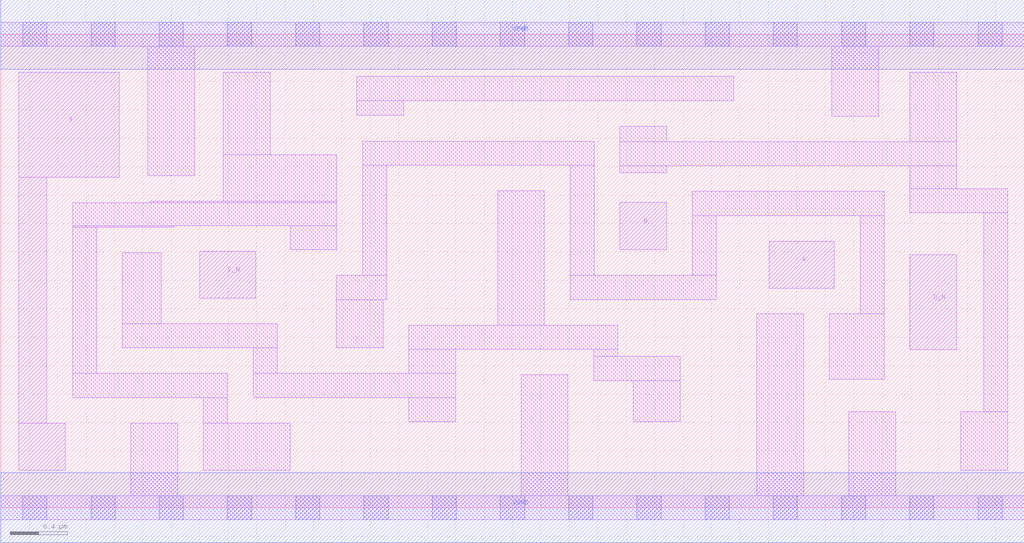
<source format=lef>
# Copyright 2020 The SkyWater PDK Authors
#
# Licensed under the Apache License, Version 2.0 (the "License");
# you may not use this file except in compliance with the License.
# You may obtain a copy of the License at
#
#     https://www.apache.org/licenses/LICENSE-2.0
#
# Unless required by applicable law or agreed to in writing, software
# distributed under the License is distributed on an "AS IS" BASIS,
# WITHOUT WARRANTIES OR CONDITIONS OF ANY KIND, either express or implied.
# See the License for the specific language governing permissions and
# limitations under the License.
#
# SPDX-License-Identifier: Apache-2.0

VERSION 5.7 ;
  NAMESCASESENSITIVE ON ;
  NOWIREEXTENSIONATPIN ON ;
  DIVIDERCHAR "/" ;
  BUSBITCHARS "[]" ;
UNITS
  DATABASE MICRONS 200 ;
END UNITS
MACRO sky130_fd_sc_lp__or4bb_lp
  CLASS CORE ;
  SOURCE USER ;
  FOREIGN sky130_fd_sc_lp__or4bb_lp ;
  ORIGIN  0.000000  0.000000 ;
  SIZE  7.200000 BY  3.330000 ;
  SYMMETRY X Y R90 ;
  SITE unit ;
  PIN A
    ANTENNAGATEAREA  0.376000 ;
    DIRECTION INPUT ;
    USE SIGNAL ;
    PORT
      LAYER li1 ;
        RECT 5.405000 1.545000 5.865000 1.875000 ;
    END
  END A
  PIN B
    ANTENNAGATEAREA  0.376000 ;
    DIRECTION INPUT ;
    USE SIGNAL ;
    PORT
      LAYER li1 ;
        RECT 4.355000 1.815000 4.685000 2.150000 ;
    END
  END B
  PIN C_N
    ANTENNAGATEAREA  0.376000 ;
    DIRECTION INPUT ;
    USE SIGNAL ;
    PORT
      LAYER li1 ;
        RECT 1.400000 1.475000 1.795000 1.805000 ;
    END
  END C_N
  PIN D_N
    ANTENNAGATEAREA  0.376000 ;
    DIRECTION INPUT ;
    USE SIGNAL ;
    PORT
      LAYER li1 ;
        RECT 6.395000 1.110000 6.725000 1.780000 ;
    END
  END D_N
  PIN X
    ANTENNADIFFAREA  0.404700 ;
    DIRECTION OUTPUT ;
    USE SIGNAL ;
    PORT
      LAYER li1 ;
        RECT 0.125000 0.265000 0.455000 0.595000 ;
        RECT 0.125000 0.595000 0.325000 2.325000 ;
        RECT 0.125000 2.325000 0.835000 3.065000 ;
    END
  END X
  PIN VGND
    DIRECTION INOUT ;
    USE GROUND ;
    PORT
      LAYER met1 ;
        RECT 0.000000 -0.245000 7.200000 0.245000 ;
    END
  END VGND
  PIN VPWR
    DIRECTION INOUT ;
    USE POWER ;
    PORT
      LAYER met1 ;
        RECT 0.000000 3.085000 7.200000 3.575000 ;
    END
  END VPWR
  OBS
    LAYER li1 ;
      RECT 0.000000 -0.085000 7.200000 0.085000 ;
      RECT 0.000000  3.245000 7.200000 3.415000 ;
      RECT 0.505000  0.775000 1.595000 0.945000 ;
      RECT 0.505000  0.945000 0.675000 1.975000 ;
      RECT 0.505000  1.975000 1.220000 1.985000 ;
      RECT 0.505000  1.985000 2.365000 2.145000 ;
      RECT 0.855000  1.125000 1.945000 1.295000 ;
      RECT 0.855000  1.295000 1.130000 1.795000 ;
      RECT 0.915000  0.085000 1.245000 0.595000 ;
      RECT 1.035000  2.335000 1.365000 3.245000 ;
      RECT 1.050000  2.145000 2.365000 2.155000 ;
      RECT 1.425000  0.265000 2.035000 0.595000 ;
      RECT 1.425000  0.595000 1.595000 0.775000 ;
      RECT 1.565000  2.155000 2.365000 2.485000 ;
      RECT 1.565000  2.485000 1.895000 3.065000 ;
      RECT 1.775000  0.775000 3.200000 0.945000 ;
      RECT 1.775000  0.945000 1.945000 1.125000 ;
      RECT 2.035000  1.815000 2.365000 1.985000 ;
      RECT 2.360000  1.125000 2.690000 1.465000 ;
      RECT 2.360000  1.465000 2.715000 1.635000 ;
      RECT 2.505000  2.760000 2.835000 2.865000 ;
      RECT 2.505000  2.865000 5.155000 3.035000 ;
      RECT 2.545000  1.635000 2.715000 2.410000 ;
      RECT 2.545000  2.410000 4.175000 2.580000 ;
      RECT 2.870000  0.605000 3.200000 0.775000 ;
      RECT 2.870000  0.945000 3.200000 1.115000 ;
      RECT 2.870000  1.115000 4.340000 1.285000 ;
      RECT 3.495000  1.285000 3.825000 2.230000 ;
      RECT 3.660000  0.085000 3.990000 0.935000 ;
      RECT 4.005000  1.465000 5.035000 1.635000 ;
      RECT 4.005000  1.635000 4.175000 2.410000 ;
      RECT 4.170000  0.895000 4.780000 1.065000 ;
      RECT 4.170000  1.065000 4.340000 1.115000 ;
      RECT 4.355000  2.355000 4.685000 2.405000 ;
      RECT 4.355000  2.405000 6.725000 2.575000 ;
      RECT 4.355000  2.575000 4.685000 2.685000 ;
      RECT 4.450000  0.605000 4.780000 0.895000 ;
      RECT 4.865000  1.635000 5.035000 2.055000 ;
      RECT 4.865000  2.055000 6.215000 2.225000 ;
      RECT 5.320000  0.085000 5.650000 1.365000 ;
      RECT 5.830000  0.905000 6.215000 1.365000 ;
      RECT 5.845000  2.755000 6.175000 3.245000 ;
      RECT 5.965000  0.085000 6.295000 0.675000 ;
      RECT 6.045000  1.365000 6.215000 2.055000 ;
      RECT 6.395000  2.075000 7.085000 2.245000 ;
      RECT 6.395000  2.245000 6.725000 2.405000 ;
      RECT 6.395000  2.575000 6.725000 3.065000 ;
      RECT 6.755000  0.265000 7.085000 0.675000 ;
      RECT 6.915000  0.675000 7.085000 2.075000 ;
    LAYER mcon ;
      RECT 0.155000 -0.085000 0.325000 0.085000 ;
      RECT 0.155000  3.245000 0.325000 3.415000 ;
      RECT 0.635000 -0.085000 0.805000 0.085000 ;
      RECT 0.635000  3.245000 0.805000 3.415000 ;
      RECT 1.115000 -0.085000 1.285000 0.085000 ;
      RECT 1.115000  3.245000 1.285000 3.415000 ;
      RECT 1.595000 -0.085000 1.765000 0.085000 ;
      RECT 1.595000  3.245000 1.765000 3.415000 ;
      RECT 2.075000 -0.085000 2.245000 0.085000 ;
      RECT 2.075000  3.245000 2.245000 3.415000 ;
      RECT 2.555000 -0.085000 2.725000 0.085000 ;
      RECT 2.555000  3.245000 2.725000 3.415000 ;
      RECT 3.035000 -0.085000 3.205000 0.085000 ;
      RECT 3.035000  3.245000 3.205000 3.415000 ;
      RECT 3.515000 -0.085000 3.685000 0.085000 ;
      RECT 3.515000  3.245000 3.685000 3.415000 ;
      RECT 3.995000 -0.085000 4.165000 0.085000 ;
      RECT 3.995000  3.245000 4.165000 3.415000 ;
      RECT 4.475000 -0.085000 4.645000 0.085000 ;
      RECT 4.475000  3.245000 4.645000 3.415000 ;
      RECT 4.955000 -0.085000 5.125000 0.085000 ;
      RECT 4.955000  3.245000 5.125000 3.415000 ;
      RECT 5.435000 -0.085000 5.605000 0.085000 ;
      RECT 5.435000  3.245000 5.605000 3.415000 ;
      RECT 5.915000 -0.085000 6.085000 0.085000 ;
      RECT 5.915000  3.245000 6.085000 3.415000 ;
      RECT 6.395000 -0.085000 6.565000 0.085000 ;
      RECT 6.395000  3.245000 6.565000 3.415000 ;
      RECT 6.875000 -0.085000 7.045000 0.085000 ;
      RECT 6.875000  3.245000 7.045000 3.415000 ;
  END
END sky130_fd_sc_lp__or4bb_lp
END LIBRARY

</source>
